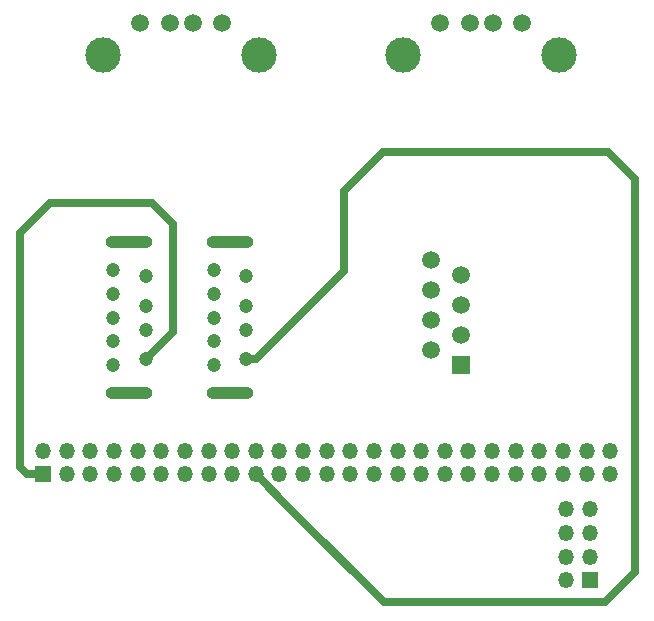
<source format=gbr>
G04 #@! TF.GenerationSoftware,KiCad,Pcbnew,(5.1.2)-1*
G04 #@! TF.CreationDate,2019-10-11T14:20:38-04:00*
G04 #@! TF.ProjectId,faceplate,66616365-706c-4617-9465-2e6b69636164,rev?*
G04 #@! TF.SameCoordinates,Original*
G04 #@! TF.FileFunction,Copper,L8,Bot*
G04 #@! TF.FilePolarity,Positive*
%FSLAX46Y46*%
G04 Gerber Fmt 4.6, Leading zero omitted, Abs format (unit mm)*
G04 Created by KiCad (PCBNEW (5.1.2)-1) date 2019-10-11 14:20:38*
%MOMM*%
%LPD*%
G04 APERTURE LIST*
%ADD10R,1.350000X1.350000*%
%ADD11O,1.350000X1.350000*%
%ADD12C,1.500000*%
%ADD13R,1.500000X1.500000*%
%ADD14C,3.000000*%
%ADD15C,1.200000*%
%ADD16O,4.000000X1.000000*%
%ADD17C,0.700000*%
G04 APERTURE END LIST*
D10*
X180594000Y-128206000D03*
D11*
X178594000Y-128206000D03*
X180594000Y-126206000D03*
X178594000Y-126206000D03*
X180594000Y-124206000D03*
X178594000Y-124206000D03*
X180594000Y-122206000D03*
X178594000Y-122206000D03*
D12*
X167132000Y-101092000D03*
X169672000Y-102362000D03*
X167132000Y-103632000D03*
X169672000Y-104902000D03*
X167132000Y-106172000D03*
X169672000Y-107442000D03*
X167132000Y-108712000D03*
D13*
X169672000Y-109982000D03*
D14*
X139424000Y-83736000D03*
X152564000Y-83736000D03*
D12*
X142494000Y-81026000D03*
X145034000Y-81026000D03*
X147034000Y-81026000D03*
X149494000Y-81026000D03*
D14*
X164824000Y-83736000D03*
X177964000Y-83736000D03*
D12*
X167894000Y-81026000D03*
X170434000Y-81026000D03*
X172434000Y-81026000D03*
X174894000Y-81026000D03*
D15*
X151502000Y-109474000D03*
D16*
X150127000Y-99574000D03*
D15*
X148752000Y-105974000D03*
X148752000Y-103974000D03*
D16*
X150127000Y-112374000D03*
D15*
X148752000Y-101974000D03*
X148752000Y-109974000D03*
X151502000Y-102474000D03*
X151502000Y-104974000D03*
X151502000Y-106974000D03*
X148752000Y-107974000D03*
X143002000Y-109474000D03*
X143002000Y-106974000D03*
X143002000Y-104974000D03*
X143002000Y-102474000D03*
X140252000Y-101974000D03*
X140252000Y-103974000D03*
X140252000Y-105974000D03*
X140252000Y-107974000D03*
X140252000Y-109974000D03*
D16*
X141627000Y-112374000D03*
X141627000Y-99574000D03*
D11*
X182324000Y-117226000D03*
X182324000Y-119226000D03*
X180324000Y-117226000D03*
X180324000Y-119226000D03*
X178324000Y-117226000D03*
X178324000Y-119226000D03*
X176324000Y-117226000D03*
X176324000Y-119226000D03*
X174324000Y-117226000D03*
X174324000Y-119226000D03*
X172324000Y-117226000D03*
X172324000Y-119226000D03*
X170324000Y-117226000D03*
X170324000Y-119226000D03*
X168324000Y-117226000D03*
X168324000Y-119226000D03*
X166324000Y-117226000D03*
X166324000Y-119226000D03*
X164324000Y-117226000D03*
X164324000Y-119226000D03*
X162324000Y-117226000D03*
X162324000Y-119226000D03*
X160324000Y-117226000D03*
X160324000Y-119226000D03*
X158324000Y-117226000D03*
X158324000Y-119226000D03*
X156324000Y-117226000D03*
X156324000Y-119226000D03*
X154324000Y-117226000D03*
X154324000Y-119226000D03*
X152324000Y-117226000D03*
X152324000Y-119226000D03*
X150324000Y-117226000D03*
X150324000Y-119226000D03*
X148324000Y-117226000D03*
X148324000Y-119226000D03*
X146324000Y-117226000D03*
X146324000Y-119226000D03*
X144324000Y-117226000D03*
X144324000Y-119226000D03*
X142324000Y-117226000D03*
X142324000Y-119226000D03*
X140324000Y-117226000D03*
X140324000Y-119226000D03*
X138324000Y-117226000D03*
X138324000Y-119226000D03*
X136324000Y-117226000D03*
X136324000Y-119226000D03*
X134324000Y-117226000D03*
D10*
X134324000Y-119226000D03*
D17*
X184404000Y-127508000D02*
X181864000Y-130048000D01*
X184404000Y-94234000D02*
X184404000Y-127508000D01*
X152350528Y-109474000D02*
X159766000Y-102058528D01*
X151502000Y-109474000D02*
X152350528Y-109474000D01*
X181864000Y-130048000D02*
X163146000Y-130048000D01*
X159766000Y-102058528D02*
X159766000Y-95250000D01*
X159766000Y-95250000D02*
X163068000Y-91948000D01*
X163068000Y-91948000D02*
X182118000Y-91948000D01*
X182118000Y-91948000D02*
X184404000Y-94234000D01*
X155233000Y-122135000D02*
X152324000Y-119226000D01*
X163146000Y-130048000D02*
X155233000Y-122135000D01*
X143002000Y-109474000D02*
X145288000Y-107188000D01*
X145288000Y-107188000D02*
X145288000Y-98044000D01*
X145288000Y-98044000D02*
X143510000Y-96266000D01*
X143510000Y-96266000D02*
X134874000Y-96266000D01*
X134874000Y-96266000D02*
X132334000Y-98806000D01*
X132949000Y-119226000D02*
X134324000Y-119226000D01*
X132334000Y-118611000D02*
X132949000Y-119226000D01*
X132334000Y-98806000D02*
X132334000Y-118611000D01*
M02*

</source>
